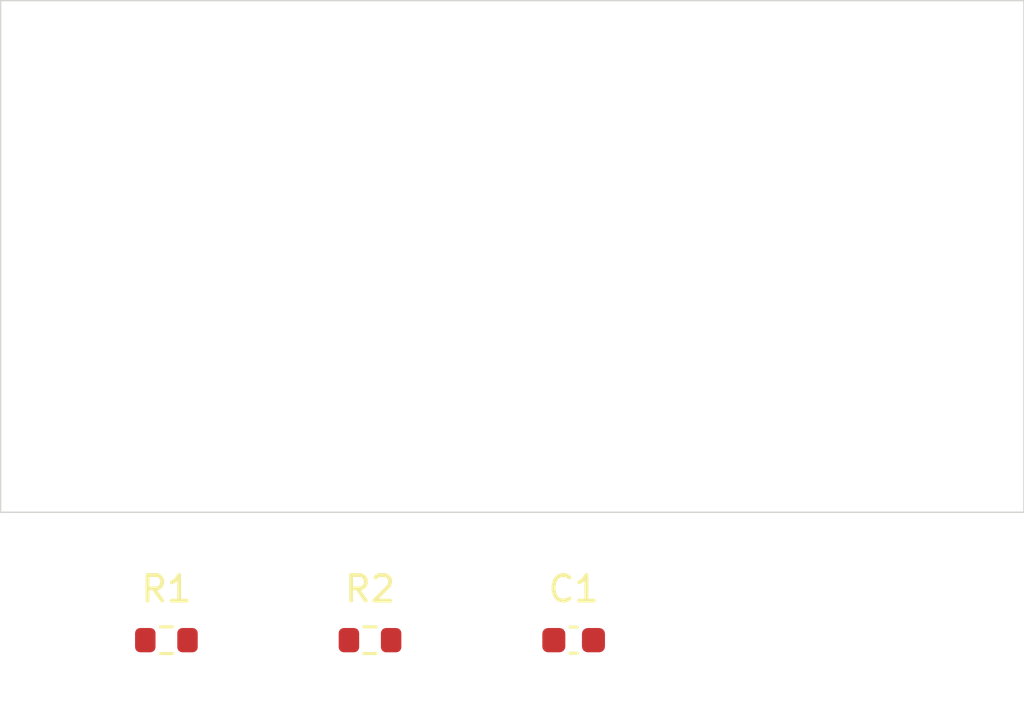
<source format=kicad_pcb>
(kicad_pcb (version 20241229) (generator "pcbnew") (generator_version "9.0")
  (layers (0 "F.Cu" signal) (2 "B.Cu" signal) (13 "F.Paste" user) (15 "B.Paste" user) (5 "F.SilkS" user "F.Silkscreen") (7 "B.SilkS" user "B.Silkscreen") (1 "F.Mask" user) (3 "B.Mask" user) (25 "Edge.Cuts" user))
  (net 0 "")
  (footprint "Resistor_SMD:R_0603_1608Metric" (layer "F.Cu") (at 6.479999999999997 25.0)
    (property "Reference" "R1" (at 0 -2 0) (layer "F.SilkS") (effects (font (size 1.0 1.0))))
    (property "Value" "4.7k")
    (fp_line (start -0.237258 -0.5225) (end 0.237258 -0.5225) (stroke (width 0.12)) (layer "F.SilkS"))
    (fp_line (start -0.237258 0.5225) (end 0.237258 0.5225) (stroke (width 0.12)) (layer "F.SilkS"))
    (pad "1" smd roundrect (at -0.825 0.0) (size 0.8 0.95) (layers "F.Cu" "F.Mask" "F.Paste"))
    (pad "2" smd roundrect (at 0.825 0.0) (size 0.8 0.95) (layers "F.Cu" "F.Mask" "F.Paste"))
  )
  (footprint "Resistor_SMD:R_0603_1608Metric" (layer "F.Cu") (at 14.43999999999999 25.0)
    (property "Reference" "R2" (at 0 -2 0) (layer "F.SilkS") (effects (font (size 1.0 1.0))))
    (property "Value" "1k")
    (fp_line (start -0.237258 -0.5225) (end 0.237258 -0.5225) (stroke (width 0.12)) (layer "F.SilkS"))
    (fp_line (start -0.237258 0.5225) (end 0.237258 0.5225) (stroke (width 0.12)) (layer "F.SilkS"))
    (pad "1" smd roundrect (at -0.825 0.0) (size 0.8 0.95) (layers "F.Cu" "F.Mask" "F.Paste"))
    (pad "2" smd roundrect (at 0.825 0.0) (size 0.8 0.95) (layers "F.Cu" "F.Mask" "F.Paste"))
  )
  (footprint "Capacitor_SMD:C_0603_1608Metric" (layer "F.Cu") (at 22.399999999999984 25.0)
    (property "Reference" "C1" (at 0 -2 0) (layer "F.SilkS") (effects (font (size 1.0 1.0))))
    (property "Value" "100nF")
    (fp_line (start -0.14058 -0.51) (end 0.14058 -0.51) (stroke (width 0.12)) (layer "F.SilkS"))
    (fp_line (start -0.14058 0.51) (end 0.14058 0.51) (stroke (width 0.12)) (layer "F.SilkS"))
    (pad "1" smd roundrect (at -0.775 0.0) (size 0.9 0.95) (layers "F.Cu" "F.Mask" "F.Paste"))
    (pad "2" smd roundrect (at 0.775 0.0) (size 0.9 0.95) (layers "F.Cu" "F.Mask" "F.Paste"))
  )
  (gr_rect (start 0 0) (end 40.0 20.0) (stroke (width 0.05)) (fill no) (layer "Edge.Cuts"))
)
</source>
